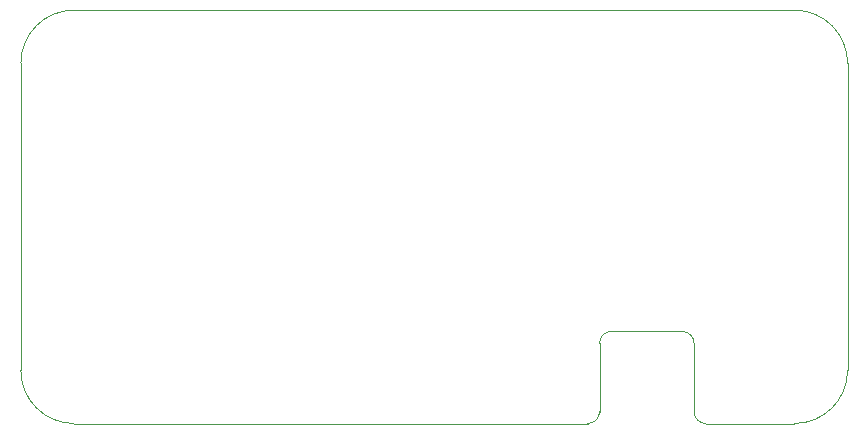
<source format=gbr>
%TF.GenerationSoftware,Altium Limited,Altium Designer,25.2.1 (25)*%
G04 Layer_Color=0*
%FSLAX45Y45*%
%MOMM*%
%TF.SameCoordinates,2968D444-F816-4350-AB46-43E4CE3DDFF8*%
%TF.FilePolarity,Positive*%
%TF.FileFunction,Profile,NP*%
%TF.Part,Single*%
G01*
G75*
%TA.AperFunction,Profile*%
%ADD103C,0.02540*%
D103*
X-3050000Y-1750000D02*
X1300000D01*
D02*
G03*
X1400000Y-1650000I0J100000D01*
G01*
Y-1070000D01*
D02*
G02*
X1500000Y-970000I100000J0D01*
G01*
X2100000D01*
D02*
G02*
X2200000Y-1070000I0J-100000D01*
G01*
Y-1650000D01*
D02*
G03*
X2300000Y-1750000I100000J0D01*
G01*
X3050000D01*
D02*
G03*
X3500000Y-1300000I0J450000D01*
G01*
Y1300000D01*
D02*
G03*
X3050000Y1750000I-450000J0D01*
G01*
X-3050000D01*
D02*
G03*
X-3500000Y1300000I0J-450000D01*
G01*
Y-1300000D01*
D02*
G03*
X-3050000Y-1750000I450000J0D01*
G01*
%TF.MD5,cc9a00facd01e0c2871b1a8ead29b838*%
M02*

</source>
